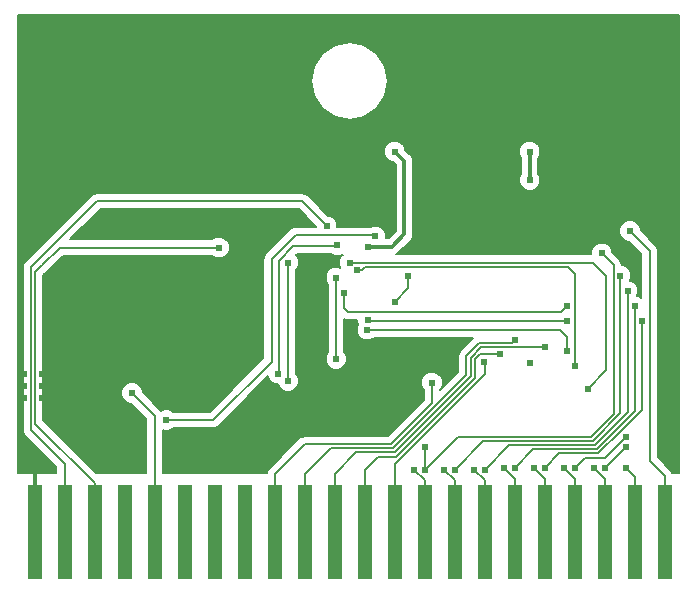
<source format=gbl>
G04 #@! TF.FileFunction,Copper,L2,Bot,Signal*
%FSLAX46Y46*%
G04 Gerber Fmt 4.6, Leading zero omitted, Abs format (unit mm)*
G04 Created by KiCad (PCBNEW 4.0.7-e2-6376~58~ubuntu16.04.1) date Wed Mar 28 10:52:48 2018*
%MOMM*%
%LPD*%
G01*
G04 APERTURE LIST*
%ADD10C,0.203200*%
%ADD11R,1.270000X8.001000*%
%ADD12C,0.609600*%
%ADD13C,0.304800*%
%ADD14C,0.177800*%
G04 APERTURE END LIST*
D10*
D11*
X116840000Y-141224000D03*
X119380000Y-141224000D03*
X121920000Y-141224000D03*
X124460000Y-141224000D03*
X127000000Y-141224000D03*
X129540000Y-141224000D03*
X132080000Y-141224000D03*
X134620000Y-141224000D03*
X137160000Y-141224000D03*
X139700000Y-141224000D03*
X142240000Y-141224000D03*
X144780000Y-141224000D03*
X147320000Y-141224000D03*
X149860000Y-141224000D03*
X152400000Y-141224000D03*
X154940000Y-141224000D03*
X157480000Y-141224000D03*
X160020000Y-141224000D03*
X162560000Y-141224000D03*
X165100000Y-141224000D03*
X167640000Y-141224000D03*
X170180000Y-141224000D03*
D12*
X158750000Y-126949200D03*
X117729000Y-135585200D03*
X115951000Y-135585200D03*
X118364000Y-129870200D03*
X117475000Y-129870200D03*
X120650000Y-129870200D03*
X118364000Y-128854200D03*
X117475000Y-128854200D03*
X120650000Y-128854200D03*
X118364000Y-127838200D03*
X117475000Y-127838200D03*
X120650000Y-127838200D03*
X115951000Y-129870200D03*
X115951000Y-128854200D03*
X115951000Y-127838200D03*
X116840000Y-135585200D03*
X170180000Y-133045200D03*
X170180000Y-134061200D03*
X135305800Y-114503200D03*
X170180000Y-135077200D03*
X118999000Y-123520200D03*
X130937000Y-120980200D03*
X134620000Y-126822200D03*
X129286000Y-126822200D03*
X135890000Y-132730200D03*
X145084800Y-117094000D03*
X147320000Y-109042200D03*
X158750000Y-109042200D03*
X158750000Y-111455200D03*
X145669000Y-116230400D03*
X127965200Y-131775200D03*
X142417800Y-116992400D03*
X137490200Y-127838200D03*
X142392400Y-126619000D03*
X149860000Y-134061200D03*
X142392400Y-119710200D03*
X164846000Y-117652800D03*
X149860000Y-135966200D03*
X152400000Y-135966200D03*
X166446200Y-119583200D03*
X167055800Y-120878600D03*
X154940000Y-135966200D03*
X143002000Y-120980200D03*
X161925000Y-122123200D03*
X167640000Y-122123200D03*
X157480000Y-135839200D03*
X145034000Y-123266200D03*
X161925000Y-123393200D03*
X168275000Y-123393200D03*
X160020000Y-135839200D03*
X161950400Y-125933200D03*
X145008600Y-124129800D03*
X166878000Y-133172200D03*
X162560000Y-135839200D03*
X144145000Y-119075200D03*
X162560000Y-127203200D03*
X166878000Y-134061200D03*
X165100000Y-135839200D03*
X143510000Y-118440200D03*
X163677600Y-129108200D03*
X132486400Y-117170200D03*
X125095000Y-129489200D03*
X150495000Y-128600200D03*
X157480000Y-125018800D03*
X160020000Y-125628400D03*
X156210000Y-126212600D03*
X154914600Y-126873000D03*
X148971000Y-135966200D03*
X151511000Y-135966200D03*
X154051000Y-135966200D03*
X156591000Y-135839200D03*
X159131000Y-135839200D03*
X161671000Y-135839200D03*
X164211000Y-135839200D03*
X166878000Y-135839200D03*
X167259000Y-115773200D03*
X141579600Y-115366800D03*
X138303000Y-128473200D03*
X138303000Y-118440200D03*
X148463000Y-119583200D03*
X147320000Y-121742200D03*
D13*
X116840000Y-135585200D02*
X117729000Y-135585200D01*
X120650000Y-129870200D02*
X118364000Y-129870200D01*
X118364000Y-129870200D02*
X117475000Y-129870200D01*
X120650000Y-128854200D02*
X118364000Y-128854200D01*
X118364000Y-128854200D02*
X117475000Y-128854200D01*
X120650000Y-127838200D02*
X118364000Y-127838200D01*
X118364000Y-127838200D02*
X117475000Y-127838200D01*
X116840000Y-141224000D02*
X116840000Y-135585200D01*
X135890000Y-132730200D02*
X135890000Y-132664200D01*
X148158200Y-116052600D02*
X148158200Y-115189000D01*
X147116800Y-117094000D02*
X148158200Y-116052600D01*
X145084800Y-117094000D02*
X147116800Y-117094000D01*
X148158200Y-115189000D02*
X148158200Y-109880400D01*
X148158200Y-109880400D02*
X147320000Y-109042200D01*
X158750000Y-111455200D02*
X158750000Y-109042200D01*
D14*
X127965200Y-131775200D02*
X131953000Y-131775200D01*
X137287000Y-117805200D02*
X137287000Y-117779800D01*
X137261600Y-117805200D02*
X137287000Y-117805200D01*
X136906000Y-118160800D02*
X137261600Y-117805200D01*
X136906000Y-126822200D02*
X136906000Y-118160800D01*
X131953000Y-131775200D02*
X136906000Y-126822200D01*
X138963400Y-116103400D02*
X137287000Y-117779800D01*
X143967200Y-116103400D02*
X138963400Y-116103400D01*
X145669000Y-116230400D02*
X145542000Y-116103400D01*
X145542000Y-116103400D02*
X143967200Y-116103400D01*
X137515600Y-118313200D02*
X137515600Y-118287800D01*
X137515600Y-118287800D02*
X138760200Y-117043200D01*
X142367000Y-117043200D02*
X138760200Y-117043200D01*
X142417800Y-116992400D02*
X142367000Y-117043200D01*
X137515600Y-127812800D02*
X137490200Y-127838200D01*
X137515600Y-118313200D02*
X137515600Y-127812800D01*
X149860000Y-134086600D02*
X149860000Y-134061200D01*
X149860000Y-134086600D02*
X149860000Y-135966200D01*
X149860000Y-134086600D02*
X149860000Y-135966200D01*
X142392400Y-119710200D02*
X142392400Y-126619000D01*
X165862000Y-118668800D02*
X164846000Y-117652800D01*
X165862000Y-131287608D02*
X165862000Y-118668800D01*
X163977418Y-133172190D02*
X165862000Y-131287608D01*
X152654010Y-133172190D02*
X163977418Y-133172190D01*
X149860000Y-135966200D02*
X152654010Y-133172190D01*
X166441153Y-131211353D02*
X166441153Y-119588247D01*
X152400000Y-135966200D02*
X154838408Y-133527792D01*
X154838408Y-133527792D02*
X164124714Y-133527792D01*
X164124714Y-133527792D02*
X166441153Y-131211353D01*
X166441153Y-119588247D02*
X166446200Y-119583200D01*
X162890200Y-133883394D02*
X164272010Y-133883394D01*
X167055800Y-131099604D02*
X167055800Y-120878600D01*
X164272010Y-133883394D02*
X167055800Y-131099604D01*
X157022806Y-133883394D02*
X162890200Y-133883394D01*
X154940000Y-135966200D02*
X157022806Y-133883394D01*
X143383000Y-122631200D02*
X143002000Y-122250200D01*
X143002000Y-122250200D02*
X143002000Y-120980200D01*
X161925000Y-122123200D02*
X161417000Y-122631200D01*
X161417000Y-122631200D02*
X143383000Y-122631200D01*
X167640000Y-129717800D02*
X167640000Y-131018302D01*
X164419306Y-134238996D02*
X161848800Y-134238996D01*
X167640000Y-131018302D02*
X164419306Y-134238996D01*
X167640000Y-129717800D02*
X167640000Y-122123200D01*
X159080204Y-134238996D02*
X161848800Y-134238996D01*
X157480000Y-135839200D02*
X159080204Y-134238996D01*
X161950400Y-123367800D02*
X145135600Y-123367800D01*
X145135600Y-123367800D02*
X145034000Y-123266200D01*
X161925000Y-123393200D02*
X161950400Y-123367800D01*
X166497000Y-132664200D02*
X167259000Y-131902200D01*
X167259000Y-131902200D02*
X168275000Y-130886200D01*
X168275000Y-130886200D02*
X168275000Y-130378200D01*
X168275000Y-126441200D02*
X168275000Y-130378200D01*
X168275000Y-123393200D02*
X168275000Y-126441200D01*
X164566602Y-134594598D02*
X166497000Y-132664200D01*
X166497000Y-132664200D02*
X166878000Y-132283200D01*
X161264602Y-134594598D02*
X164566602Y-134594598D01*
X160020000Y-135839200D02*
X161264602Y-134594598D01*
X166878000Y-132283200D02*
X167259000Y-131902200D01*
X159308800Y-124129800D02*
X161315400Y-124129800D01*
X161950400Y-124764800D02*
X161950400Y-125933200D01*
X161315400Y-124129800D02*
X161950400Y-124764800D01*
X159308800Y-124129800D02*
X145008600Y-124129800D01*
X165100000Y-134950200D02*
X166878000Y-133172200D01*
X163449000Y-134950200D02*
X165100000Y-134950200D01*
X162560000Y-135839200D02*
X163449000Y-134950200D01*
X162026600Y-118846602D02*
X147320000Y-118846602D01*
X147320000Y-118846602D02*
X147015198Y-118846602D01*
X144804650Y-118846602D02*
X147320000Y-118846602D01*
X144145000Y-119075200D02*
X144576052Y-119075200D01*
X144576052Y-119075200D02*
X144804650Y-118846602D01*
X162585400Y-119405402D02*
X162026600Y-118846602D01*
X162585400Y-127177800D02*
X162585400Y-119405402D01*
X162560000Y-127203200D02*
X162585400Y-127177800D01*
X165100000Y-135839200D02*
X166878000Y-134061200D01*
X143510000Y-118440200D02*
X164109400Y-118440200D01*
X164109400Y-118440200D02*
X165252400Y-119583200D01*
X165252400Y-119583200D02*
X164160200Y-118491000D01*
X165252400Y-127533400D02*
X165252400Y-119583200D01*
X163677600Y-129108200D02*
X165252400Y-127533400D01*
X116890802Y-123113800D02*
X116890802Y-119252998D01*
X117475000Y-118668800D02*
X117475000Y-118668802D01*
X116890802Y-119252998D02*
X117475000Y-118668800D01*
X122809000Y-117170200D02*
X118973602Y-117170200D01*
X118973602Y-117170200D02*
X117475000Y-118668802D01*
X128447800Y-117170200D02*
X122809000Y-117170200D01*
X132486400Y-117170200D02*
X128447800Y-117170200D01*
X121920000Y-137109200D02*
X121920000Y-141224000D01*
X116890802Y-132080002D02*
X121920000Y-137109200D01*
X116890802Y-123113800D02*
X116890802Y-132080002D01*
X127000000Y-141224000D02*
X127000000Y-131394200D01*
X127000000Y-131394200D02*
X125095000Y-129489200D01*
X137160000Y-141224000D02*
X137160000Y-136372600D01*
X150495000Y-130347808D02*
X150495000Y-128600200D01*
X147033063Y-133809745D02*
X150495000Y-130347808D01*
X139722855Y-133809745D02*
X147033063Y-133809745D01*
X137160000Y-136372600D02*
X139722855Y-133809745D01*
X139700000Y-141224000D02*
X139700000Y-136372600D01*
X157226002Y-125272798D02*
X157480000Y-125018800D01*
X154487904Y-125272798D02*
X157226002Y-125272798D01*
X153390600Y-126370102D02*
X154487904Y-125272798D01*
X153390600Y-127955106D02*
X153390600Y-126370102D01*
X147180359Y-134165347D02*
X153390600Y-127955106D01*
X141907253Y-134165347D02*
X147180359Y-134165347D01*
X139700000Y-136372600D02*
X141907253Y-134165347D01*
X142240000Y-141224000D02*
X142240000Y-136372600D01*
X154635200Y-125628400D02*
X160020000Y-125628400D01*
X153771598Y-126492002D02*
X154635200Y-125628400D01*
X153771598Y-128077006D02*
X153771598Y-126492002D01*
X147327655Y-134520949D02*
X153771598Y-128077006D01*
X144091651Y-134520949D02*
X147327655Y-134520949D01*
X142240000Y-136372600D02*
X144091651Y-134520949D01*
X154127200Y-127558800D02*
X154127200Y-126644400D01*
X154559000Y-126212600D02*
X156210000Y-126212600D01*
X154127200Y-126644400D02*
X154559000Y-126212600D01*
X144780000Y-141224000D02*
X144780000Y-136017000D01*
X154127200Y-128224302D02*
X154127200Y-127558800D01*
X147474951Y-134876551D02*
X154127200Y-128224302D01*
X145920449Y-134876551D02*
X147474951Y-134876551D01*
X144780000Y-136017000D02*
X145920449Y-134876551D01*
X154914600Y-126873000D02*
X154940000Y-126873000D01*
X147320000Y-141224000D02*
X147320000Y-135534400D01*
X154940000Y-127914400D02*
X154940000Y-126873000D01*
X147320000Y-135534400D02*
X154940000Y-127914400D01*
X149860000Y-141224000D02*
X149860000Y-136855200D01*
X149860000Y-136855200D02*
X148971000Y-135966200D01*
X152400000Y-141224000D02*
X152400000Y-136855200D01*
X152400000Y-136855200D02*
X151511000Y-135966200D01*
X154940000Y-141224000D02*
X154940000Y-136855200D01*
X154940000Y-136855200D02*
X154051000Y-135966200D01*
X157480000Y-141224000D02*
X157480000Y-136728200D01*
X157480000Y-136728200D02*
X156591000Y-135839200D01*
X160020000Y-141224000D02*
X160020000Y-136728200D01*
X160020000Y-136728200D02*
X159131000Y-135839200D01*
X162560000Y-136728200D02*
X162560000Y-141224000D01*
X161671000Y-135839200D02*
X162560000Y-136728200D01*
X165100000Y-141224000D02*
X165100000Y-136728200D01*
X165100000Y-136728200D02*
X164211000Y-135839200D01*
X167640000Y-141224000D02*
X167640000Y-136601200D01*
X167640000Y-136601200D02*
X166878000Y-135839200D01*
X170053000Y-136347200D02*
X169291000Y-135585200D01*
X168910000Y-117424200D02*
X167259000Y-115773200D01*
X168910000Y-135204200D02*
X168910000Y-117424200D01*
X169291000Y-135585200D02*
X168910000Y-135204200D01*
X170180000Y-136474200D02*
X170180000Y-141224000D01*
X170053000Y-136347200D02*
X170180000Y-136474200D01*
X119380000Y-135458200D02*
X119380000Y-141224000D01*
X116535200Y-132613400D02*
X119380000Y-135458200D01*
X116535200Y-118846600D02*
X116535200Y-132613400D01*
X122148600Y-113233200D02*
X116535200Y-118846600D01*
X139471400Y-113233200D02*
X122148600Y-113233200D01*
X141605000Y-115366800D02*
X139471400Y-113233200D01*
X141579600Y-115366800D02*
X141605000Y-115366800D01*
X138303000Y-118440200D02*
X138303000Y-125298200D01*
X138303000Y-125298200D02*
X138303000Y-128473200D01*
X147320000Y-121742200D02*
X148463000Y-120599200D01*
X148463000Y-120599200D02*
X148463000Y-119583200D01*
G36*
X140677863Y-115409531D02*
X140677855Y-115417600D01*
X138963405Y-115417600D01*
X138963400Y-115417599D01*
X138700955Y-115469803D01*
X138478466Y-115618466D01*
X136802066Y-117294866D01*
X136791892Y-117310092D01*
X136776666Y-117320266D01*
X136421066Y-117675866D01*
X136272403Y-117898355D01*
X136237914Y-118071743D01*
X136220200Y-118160800D01*
X136220200Y-126538132D01*
X131668932Y-131089400D01*
X128554681Y-131089400D01*
X128476639Y-131011222D01*
X128145346Y-130873657D01*
X127786628Y-130873344D01*
X127531397Y-130978803D01*
X127484934Y-130909266D01*
X125996760Y-129421092D01*
X125996856Y-129310628D01*
X125859870Y-128979095D01*
X125606439Y-128725222D01*
X125275146Y-128587657D01*
X124916428Y-128587344D01*
X124584895Y-128724330D01*
X124331022Y-128977761D01*
X124193457Y-129309054D01*
X124193144Y-129667772D01*
X124330130Y-129999305D01*
X124583561Y-130253178D01*
X124914854Y-130390743D01*
X125026773Y-130390841D01*
X126314200Y-131678268D01*
X126314200Y-136258300D01*
X122038968Y-136258300D01*
X117576602Y-131795934D01*
X117576602Y-119537066D01*
X117959928Y-119153740D01*
X117959934Y-119153736D01*
X119257670Y-117856000D01*
X131896919Y-117856000D01*
X131974961Y-117934178D01*
X132306254Y-118071743D01*
X132664972Y-118072056D01*
X132996505Y-117935070D01*
X133250378Y-117681639D01*
X133387943Y-117350346D01*
X133388256Y-116991628D01*
X133251270Y-116660095D01*
X132997839Y-116406222D01*
X132666546Y-116268657D01*
X132307828Y-116268344D01*
X131976295Y-116405330D01*
X131897087Y-116484400D01*
X119867268Y-116484400D01*
X122432668Y-113919000D01*
X139187332Y-113919000D01*
X140677863Y-115409531D01*
X140677863Y-115409531D01*
G37*
X140677863Y-115409531D02*
X140677855Y-115417600D01*
X138963405Y-115417600D01*
X138963400Y-115417599D01*
X138700955Y-115469803D01*
X138478466Y-115618466D01*
X136802066Y-117294866D01*
X136791892Y-117310092D01*
X136776666Y-117320266D01*
X136421066Y-117675866D01*
X136272403Y-117898355D01*
X136237914Y-118071743D01*
X136220200Y-118160800D01*
X136220200Y-126538132D01*
X131668932Y-131089400D01*
X128554681Y-131089400D01*
X128476639Y-131011222D01*
X128145346Y-130873657D01*
X127786628Y-130873344D01*
X127531397Y-130978803D01*
X127484934Y-130909266D01*
X125996760Y-129421092D01*
X125996856Y-129310628D01*
X125859870Y-128979095D01*
X125606439Y-128725222D01*
X125275146Y-128587657D01*
X124916428Y-128587344D01*
X124584895Y-128724330D01*
X124331022Y-128977761D01*
X124193457Y-129309054D01*
X124193144Y-129667772D01*
X124330130Y-129999305D01*
X124583561Y-130253178D01*
X124914854Y-130390743D01*
X125026773Y-130390841D01*
X126314200Y-131678268D01*
X126314200Y-136258300D01*
X122038968Y-136258300D01*
X117576602Y-131795934D01*
X117576602Y-119537066D01*
X117959928Y-119153740D01*
X117959934Y-119153736D01*
X119257670Y-117856000D01*
X131896919Y-117856000D01*
X131974961Y-117934178D01*
X132306254Y-118071743D01*
X132664972Y-118072056D01*
X132996505Y-117935070D01*
X133250378Y-117681639D01*
X133387943Y-117350346D01*
X133388256Y-116991628D01*
X133251270Y-116660095D01*
X132997839Y-116406222D01*
X132666546Y-116268657D01*
X132307828Y-116268344D01*
X131976295Y-116405330D01*
X131897087Y-116484400D01*
X119867268Y-116484400D01*
X122432668Y-113919000D01*
X139187332Y-113919000D01*
X140677863Y-115409531D01*
G36*
X141906361Y-117756378D02*
X142237654Y-117893943D01*
X142596372Y-117894256D01*
X142910684Y-117764385D01*
X142746022Y-117928761D01*
X142608457Y-118260054D01*
X142608144Y-118618772D01*
X142710224Y-118865826D01*
X142572546Y-118808657D01*
X142213828Y-118808344D01*
X141882295Y-118945330D01*
X141628422Y-119198761D01*
X141490857Y-119530054D01*
X141490544Y-119888772D01*
X141627530Y-120220305D01*
X141706600Y-120299513D01*
X141706600Y-126029519D01*
X141628422Y-126107561D01*
X141490857Y-126438854D01*
X141490544Y-126797572D01*
X141627530Y-127129105D01*
X141880961Y-127382978D01*
X142212254Y-127520543D01*
X142570972Y-127520856D01*
X142902505Y-127383870D01*
X143156378Y-127130439D01*
X143293943Y-126799146D01*
X143294256Y-126440428D01*
X143157270Y-126108895D01*
X143078200Y-126029687D01*
X143078200Y-123236496D01*
X143120556Y-123264797D01*
X143383000Y-123317000D01*
X144132255Y-123317000D01*
X144132144Y-123444772D01*
X144224195Y-123667554D01*
X144107057Y-123949654D01*
X144106744Y-124308372D01*
X144243730Y-124639905D01*
X144497161Y-124893778D01*
X144828454Y-125031343D01*
X145187172Y-125031656D01*
X145518705Y-124894670D01*
X145597913Y-124815600D01*
X153975234Y-124815600D01*
X152905666Y-125885168D01*
X152757003Y-126107657D01*
X152711331Y-126337266D01*
X152704800Y-126370102D01*
X152704800Y-127671038D01*
X151180800Y-129195038D01*
X151180800Y-129189681D01*
X151258978Y-129111639D01*
X151396543Y-128780346D01*
X151396856Y-128421628D01*
X151259870Y-128090095D01*
X151006439Y-127836222D01*
X150675146Y-127698657D01*
X150316428Y-127698344D01*
X149984895Y-127835330D01*
X149731022Y-128088761D01*
X149593457Y-128420054D01*
X149593144Y-128778772D01*
X149730130Y-129110305D01*
X149809200Y-129189513D01*
X149809200Y-130063740D01*
X146748995Y-133123945D01*
X139722855Y-133123945D01*
X139460411Y-133176148D01*
X139350186Y-133249798D01*
X139237921Y-133324811D01*
X136675066Y-135887666D01*
X136526403Y-136110155D01*
X136496935Y-136258300D01*
X127685800Y-136258300D01*
X127685800Y-132635529D01*
X127785054Y-132676743D01*
X128143772Y-132677056D01*
X128475305Y-132540070D01*
X128554513Y-132461000D01*
X131953000Y-132461000D01*
X132215445Y-132408797D01*
X132437934Y-132260134D01*
X136615521Y-128082547D01*
X136725330Y-128348305D01*
X136978761Y-128602178D01*
X137310054Y-128739743D01*
X137437539Y-128739854D01*
X137538130Y-128983305D01*
X137791561Y-129237178D01*
X138122854Y-129374743D01*
X138481572Y-129375056D01*
X138813105Y-129238070D01*
X139066978Y-128984639D01*
X139204543Y-128653346D01*
X139204856Y-128294628D01*
X139067870Y-127963095D01*
X138988800Y-127883887D01*
X138988800Y-119029681D01*
X139066978Y-118951639D01*
X139204543Y-118620346D01*
X139204856Y-118261628D01*
X139067870Y-117930095D01*
X138955619Y-117817649D01*
X139044268Y-117729000D01*
X141879031Y-117729000D01*
X141906361Y-117756378D01*
X141906361Y-117756378D01*
G37*
X141906361Y-117756378D02*
X142237654Y-117893943D01*
X142596372Y-117894256D01*
X142910684Y-117764385D01*
X142746022Y-117928761D01*
X142608457Y-118260054D01*
X142608144Y-118618772D01*
X142710224Y-118865826D01*
X142572546Y-118808657D01*
X142213828Y-118808344D01*
X141882295Y-118945330D01*
X141628422Y-119198761D01*
X141490857Y-119530054D01*
X141490544Y-119888772D01*
X141627530Y-120220305D01*
X141706600Y-120299513D01*
X141706600Y-126029519D01*
X141628422Y-126107561D01*
X141490857Y-126438854D01*
X141490544Y-126797572D01*
X141627530Y-127129105D01*
X141880961Y-127382978D01*
X142212254Y-127520543D01*
X142570972Y-127520856D01*
X142902505Y-127383870D01*
X143156378Y-127130439D01*
X143293943Y-126799146D01*
X143294256Y-126440428D01*
X143157270Y-126108895D01*
X143078200Y-126029687D01*
X143078200Y-123236496D01*
X143120556Y-123264797D01*
X143383000Y-123317000D01*
X144132255Y-123317000D01*
X144132144Y-123444772D01*
X144224195Y-123667554D01*
X144107057Y-123949654D01*
X144106744Y-124308372D01*
X144243730Y-124639905D01*
X144497161Y-124893778D01*
X144828454Y-125031343D01*
X145187172Y-125031656D01*
X145518705Y-124894670D01*
X145597913Y-124815600D01*
X153975234Y-124815600D01*
X152905666Y-125885168D01*
X152757003Y-126107657D01*
X152711331Y-126337266D01*
X152704800Y-126370102D01*
X152704800Y-127671038D01*
X151180800Y-129195038D01*
X151180800Y-129189681D01*
X151258978Y-129111639D01*
X151396543Y-128780346D01*
X151396856Y-128421628D01*
X151259870Y-128090095D01*
X151006439Y-127836222D01*
X150675146Y-127698657D01*
X150316428Y-127698344D01*
X149984895Y-127835330D01*
X149731022Y-128088761D01*
X149593457Y-128420054D01*
X149593144Y-128778772D01*
X149730130Y-129110305D01*
X149809200Y-129189513D01*
X149809200Y-130063740D01*
X146748995Y-133123945D01*
X139722855Y-133123945D01*
X139460411Y-133176148D01*
X139350186Y-133249798D01*
X139237921Y-133324811D01*
X136675066Y-135887666D01*
X136526403Y-136110155D01*
X136496935Y-136258300D01*
X127685800Y-136258300D01*
X127685800Y-132635529D01*
X127785054Y-132676743D01*
X128143772Y-132677056D01*
X128475305Y-132540070D01*
X128554513Y-132461000D01*
X131953000Y-132461000D01*
X132215445Y-132408797D01*
X132437934Y-132260134D01*
X136615521Y-128082547D01*
X136725330Y-128348305D01*
X136978761Y-128602178D01*
X137310054Y-128739743D01*
X137437539Y-128739854D01*
X137538130Y-128983305D01*
X137791561Y-129237178D01*
X138122854Y-129374743D01*
X138481572Y-129375056D01*
X138813105Y-129238070D01*
X139066978Y-128984639D01*
X139204543Y-128653346D01*
X139204856Y-128294628D01*
X139067870Y-127963095D01*
X138988800Y-127883887D01*
X138988800Y-119029681D01*
X139066978Y-118951639D01*
X139204543Y-118620346D01*
X139204856Y-118261628D01*
X139067870Y-117930095D01*
X138955619Y-117817649D01*
X139044268Y-117729000D01*
X141879031Y-117729000D01*
X141906361Y-117756378D01*
G36*
X171361100Y-136258300D02*
X170822855Y-136258300D01*
X170813597Y-136211755D01*
X170664934Y-135989266D01*
X169595800Y-134920132D01*
X169595800Y-117424205D01*
X169595801Y-117424200D01*
X169543597Y-117161755D01*
X169394934Y-116939266D01*
X168160760Y-115705092D01*
X168160856Y-115594628D01*
X168023870Y-115263095D01*
X167770439Y-115009222D01*
X167439146Y-114871657D01*
X167080428Y-114871344D01*
X166748895Y-115008330D01*
X166495022Y-115261761D01*
X166357457Y-115593054D01*
X166357144Y-115951772D01*
X166494130Y-116283305D01*
X166747561Y-116537178D01*
X167078854Y-116674743D01*
X167190773Y-116674841D01*
X168224200Y-117708268D01*
X168224200Y-121432110D01*
X168151439Y-121359222D01*
X167879468Y-121246290D01*
X167957343Y-121058746D01*
X167957656Y-120700028D01*
X167820670Y-120368495D01*
X167567239Y-120114622D01*
X167255612Y-119985223D01*
X167347743Y-119763346D01*
X167348056Y-119404628D01*
X167211070Y-119073095D01*
X166957639Y-118819222D01*
X166626346Y-118681657D01*
X166547800Y-118681588D01*
X166547800Y-118668800D01*
X166502050Y-118438797D01*
X166495597Y-118406355D01*
X166346934Y-118183866D01*
X165747760Y-117584692D01*
X165747856Y-117474228D01*
X165610870Y-117142695D01*
X165357439Y-116888822D01*
X165026146Y-116751257D01*
X164667428Y-116750944D01*
X164335895Y-116887930D01*
X164082022Y-117141361D01*
X163944457Y-117472654D01*
X163944211Y-117754400D01*
X147451231Y-117754400D01*
X147646635Y-117623835D01*
X148688035Y-116582435D01*
X148850463Y-116339345D01*
X148907500Y-116052600D01*
X148907500Y-109880400D01*
X148850463Y-109593655D01*
X148688035Y-109350565D01*
X148558242Y-109220772D01*
X157848144Y-109220772D01*
X157985130Y-109552305D01*
X158000700Y-109567902D01*
X158000700Y-110929109D01*
X157986022Y-110943761D01*
X157848457Y-111275054D01*
X157848144Y-111633772D01*
X157985130Y-111965305D01*
X158238561Y-112219178D01*
X158569854Y-112356743D01*
X158928572Y-112357056D01*
X159260105Y-112220070D01*
X159513978Y-111966639D01*
X159651543Y-111635346D01*
X159651856Y-111276628D01*
X159514870Y-110945095D01*
X159499300Y-110929498D01*
X159499300Y-109568291D01*
X159513978Y-109553639D01*
X159651543Y-109222346D01*
X159651856Y-108863628D01*
X159514870Y-108532095D01*
X159261439Y-108278222D01*
X158930146Y-108140657D01*
X158571428Y-108140344D01*
X158239895Y-108277330D01*
X157986022Y-108530761D01*
X157848457Y-108862054D01*
X157848144Y-109220772D01*
X148558242Y-109220772D01*
X148221838Y-108884368D01*
X148221856Y-108863628D01*
X148084870Y-108532095D01*
X147831439Y-108278222D01*
X147500146Y-108140657D01*
X147141428Y-108140344D01*
X146809895Y-108277330D01*
X146556022Y-108530761D01*
X146418457Y-108862054D01*
X146418144Y-109220772D01*
X146555130Y-109552305D01*
X146808561Y-109806178D01*
X147139854Y-109943743D01*
X147161892Y-109943762D01*
X147408900Y-110190770D01*
X147408900Y-115742230D01*
X146806430Y-116344700D01*
X146570600Y-116344700D01*
X146570856Y-116051828D01*
X146433870Y-115720295D01*
X146180439Y-115466422D01*
X145849146Y-115328857D01*
X145490428Y-115328544D01*
X145274895Y-115417600D01*
X142481256Y-115417600D01*
X142481456Y-115188228D01*
X142344470Y-114856695D01*
X142091039Y-114602822D01*
X141759746Y-114465257D01*
X141673250Y-114465182D01*
X139956334Y-112748266D01*
X139733845Y-112599603D01*
X139471400Y-112547400D01*
X122148600Y-112547400D01*
X121886156Y-112599603D01*
X121886154Y-112599604D01*
X121886155Y-112599604D01*
X121663666Y-112748266D01*
X116050266Y-118361666D01*
X115901603Y-118584155D01*
X115864093Y-118772734D01*
X115849400Y-118846600D01*
X115849400Y-132613400D01*
X115901603Y-132875845D01*
X116050266Y-133098334D01*
X118694200Y-135742268D01*
X118694200Y-136258300D01*
X115404900Y-136258300D01*
X115404900Y-103073200D01*
X140246100Y-103073200D01*
X140494550Y-104322240D01*
X141202074Y-105381126D01*
X142260960Y-106088650D01*
X143510000Y-106337100D01*
X144759040Y-106088650D01*
X145817926Y-105381126D01*
X146525450Y-104322240D01*
X146773900Y-103073200D01*
X146525450Y-101824160D01*
X145817926Y-100765274D01*
X144759040Y-100057750D01*
X143510000Y-99809300D01*
X142260960Y-100057750D01*
X141202074Y-100765274D01*
X140494550Y-101824160D01*
X140246100Y-103073200D01*
X115404900Y-103073200D01*
X115404900Y-97497900D01*
X171361100Y-97497900D01*
X171361100Y-136258300D01*
X171361100Y-136258300D01*
G37*
X171361100Y-136258300D02*
X170822855Y-136258300D01*
X170813597Y-136211755D01*
X170664934Y-135989266D01*
X169595800Y-134920132D01*
X169595800Y-117424205D01*
X169595801Y-117424200D01*
X169543597Y-117161755D01*
X169394934Y-116939266D01*
X168160760Y-115705092D01*
X168160856Y-115594628D01*
X168023870Y-115263095D01*
X167770439Y-115009222D01*
X167439146Y-114871657D01*
X167080428Y-114871344D01*
X166748895Y-115008330D01*
X166495022Y-115261761D01*
X166357457Y-115593054D01*
X166357144Y-115951772D01*
X166494130Y-116283305D01*
X166747561Y-116537178D01*
X167078854Y-116674743D01*
X167190773Y-116674841D01*
X168224200Y-117708268D01*
X168224200Y-121432110D01*
X168151439Y-121359222D01*
X167879468Y-121246290D01*
X167957343Y-121058746D01*
X167957656Y-120700028D01*
X167820670Y-120368495D01*
X167567239Y-120114622D01*
X167255612Y-119985223D01*
X167347743Y-119763346D01*
X167348056Y-119404628D01*
X167211070Y-119073095D01*
X166957639Y-118819222D01*
X166626346Y-118681657D01*
X166547800Y-118681588D01*
X166547800Y-118668800D01*
X166502050Y-118438797D01*
X166495597Y-118406355D01*
X166346934Y-118183866D01*
X165747760Y-117584692D01*
X165747856Y-117474228D01*
X165610870Y-117142695D01*
X165357439Y-116888822D01*
X165026146Y-116751257D01*
X164667428Y-116750944D01*
X164335895Y-116887930D01*
X164082022Y-117141361D01*
X163944457Y-117472654D01*
X163944211Y-117754400D01*
X147451231Y-117754400D01*
X147646635Y-117623835D01*
X148688035Y-116582435D01*
X148850463Y-116339345D01*
X148907500Y-116052600D01*
X148907500Y-109880400D01*
X148850463Y-109593655D01*
X148688035Y-109350565D01*
X148558242Y-109220772D01*
X157848144Y-109220772D01*
X157985130Y-109552305D01*
X158000700Y-109567902D01*
X158000700Y-110929109D01*
X157986022Y-110943761D01*
X157848457Y-111275054D01*
X157848144Y-111633772D01*
X157985130Y-111965305D01*
X158238561Y-112219178D01*
X158569854Y-112356743D01*
X158928572Y-112357056D01*
X159260105Y-112220070D01*
X159513978Y-111966639D01*
X159651543Y-111635346D01*
X159651856Y-111276628D01*
X159514870Y-110945095D01*
X159499300Y-110929498D01*
X159499300Y-109568291D01*
X159513978Y-109553639D01*
X159651543Y-109222346D01*
X159651856Y-108863628D01*
X159514870Y-108532095D01*
X159261439Y-108278222D01*
X158930146Y-108140657D01*
X158571428Y-108140344D01*
X158239895Y-108277330D01*
X157986022Y-108530761D01*
X157848457Y-108862054D01*
X157848144Y-109220772D01*
X148558242Y-109220772D01*
X148221838Y-108884368D01*
X148221856Y-108863628D01*
X148084870Y-108532095D01*
X147831439Y-108278222D01*
X147500146Y-108140657D01*
X147141428Y-108140344D01*
X146809895Y-108277330D01*
X146556022Y-108530761D01*
X146418457Y-108862054D01*
X146418144Y-109220772D01*
X146555130Y-109552305D01*
X146808561Y-109806178D01*
X147139854Y-109943743D01*
X147161892Y-109943762D01*
X147408900Y-110190770D01*
X147408900Y-115742230D01*
X146806430Y-116344700D01*
X146570600Y-116344700D01*
X146570856Y-116051828D01*
X146433870Y-115720295D01*
X146180439Y-115466422D01*
X145849146Y-115328857D01*
X145490428Y-115328544D01*
X145274895Y-115417600D01*
X142481256Y-115417600D01*
X142481456Y-115188228D01*
X142344470Y-114856695D01*
X142091039Y-114602822D01*
X141759746Y-114465257D01*
X141673250Y-114465182D01*
X139956334Y-112748266D01*
X139733845Y-112599603D01*
X139471400Y-112547400D01*
X122148600Y-112547400D01*
X121886156Y-112599603D01*
X121886154Y-112599604D01*
X121886155Y-112599604D01*
X121663666Y-112748266D01*
X116050266Y-118361666D01*
X115901603Y-118584155D01*
X115864093Y-118772734D01*
X115849400Y-118846600D01*
X115849400Y-132613400D01*
X115901603Y-132875845D01*
X116050266Y-133098334D01*
X118694200Y-135742268D01*
X118694200Y-136258300D01*
X115404900Y-136258300D01*
X115404900Y-103073200D01*
X140246100Y-103073200D01*
X140494550Y-104322240D01*
X141202074Y-105381126D01*
X142260960Y-106088650D01*
X143510000Y-106337100D01*
X144759040Y-106088650D01*
X145817926Y-105381126D01*
X146525450Y-104322240D01*
X146773900Y-103073200D01*
X146525450Y-101824160D01*
X145817926Y-100765274D01*
X144759040Y-100057750D01*
X143510000Y-99809300D01*
X142260960Y-100057750D01*
X141202074Y-100765274D01*
X140494550Y-101824160D01*
X140246100Y-103073200D01*
X115404900Y-103073200D01*
X115404900Y-97497900D01*
X171361100Y-97497900D01*
X171361100Y-136258300D01*
M02*

</source>
